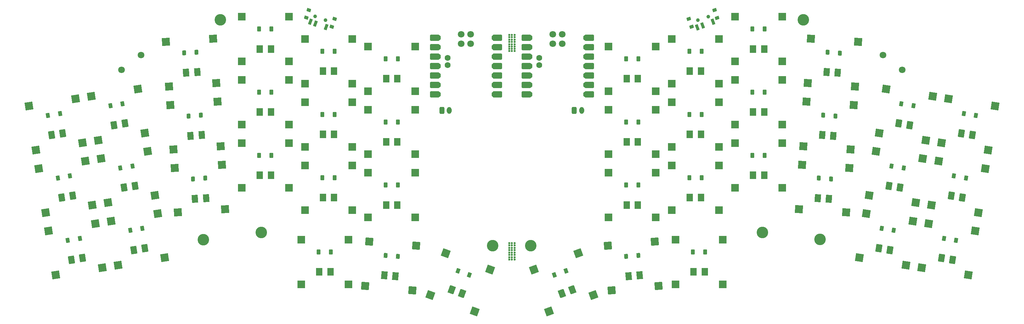
<source format=gbr>
%TF.GenerationSoftware,KiCad,Pcbnew,8.0.6*%
<<<<<<< Updated upstream
%TF.CreationDate,2025-07-28T21:33:20+02:00*%
=======
%TF.CreationDate,2025-07-30T19:46:30+02:00*%
>>>>>>> Stashed changes
%TF.ProjectId,combined,636f6d62-696e-4656-942e-6b696361645f,v1.0.0*%
%TF.SameCoordinates,Original*%
%TF.FileFunction,Soldermask,Top*%
%TF.FilePolarity,Negative*%
%FSLAX46Y46*%
G04 Gerber Fmt 4.6, Leading zero omitted, Abs format (unit mm)*
<<<<<<< Updated upstream
G04 Created by KiCad (PCBNEW 8.0.6) date 2025-07-28 21:33:20*
=======
G04 Created by KiCad (PCBNEW 8.0.6) date 2025-07-30 19:46:30*
>>>>>>> Stashed changes
%MOMM*%
%LPD*%
G01*
G04 APERTURE LIST*
G04 Aperture macros list*
%AMRoundRect*
0 Rectangle with rounded corners*
0 $1 Rounding radius*
0 $2 $3 $4 $5 $6 $7 $8 $9 X,Y pos of 4 corners*
0 Add a 4 corners polygon primitive as box body*
4,1,4,$2,$3,$4,$5,$6,$7,$8,$9,$2,$3,0*
0 Add four circle primitives for the rounded corners*
1,1,$1+$1,$2,$3*
1,1,$1+$1,$4,$5*
1,1,$1+$1,$6,$7*
1,1,$1+$1,$8,$9*
0 Add four rect primitives between the rounded corners*
20,1,$1+$1,$2,$3,$4,$5,0*
20,1,$1+$1,$4,$5,$6,$7,0*
20,1,$1+$1,$6,$7,$8,$9,0*
20,1,$1+$1,$8,$9,$2,$3,0*%
G04 Aperture macros list end*
%ADD10RoundRect,0.050000X-0.450000X-0.600000X0.450000X-0.600000X0.450000X0.600000X-0.450000X0.600000X0*%
%ADD11C,1.500000*%
%ADD12RoundRect,0.050000X-0.921893X-0.866452X0.609024X-1.108925X0.921893X0.866452X-0.609024X1.108925X0*%
%ADD13RoundRect,0.050000X-1.144123X-0.831254X0.831254X-1.144123X1.144123X0.831254X-0.831254X1.144123X0*%
%ADD14RoundRect,0.050000X-0.386242X-1.204758X1.070282X-0.674627X0.386242X1.204758X-1.070282X0.674627X0*%
%ADD15RoundRect,0.050000X-0.597672X-1.281713X1.281713X-0.597672X0.597672X1.281713X-1.281713X0.597672X0*%
%ADD16RoundRect,0.050000X-0.538320X-0.522217X0.350599X-0.663009X0.538320X0.522217X-0.350599X0.663009X0*%
%ADD17RoundRect,0.050000X-0.609024X-1.108925X0.921893X-0.866452X0.609024X1.108925X-0.921893X0.866452X0*%
%ADD18RoundRect,0.050000X-0.831254X-1.144123X1.144123X-0.831254X0.831254X1.144123X-1.144123X0.831254X0*%
%ADD19RoundRect,0.050000X-0.775000X-1.000000X0.775000X-1.000000X0.775000X1.000000X-0.775000X1.000000X0*%
%ADD20RoundRect,0.050000X-1.000000X-1.000000X1.000000X-1.000000X1.000000X1.000000X-1.000000X1.000000X0*%
%ADD21RoundRect,0.050000X-0.490758X-0.567148X0.407050X-0.629929X0.490758X0.567148X-0.407050X0.629929X0*%
%ADD22C,3.100000*%
%ADD23C,0.600000*%
%ADD24RoundRect,0.050000X-0.842869X-0.943503X0.703356X-1.051625X0.842869X0.943503X-0.703356X1.051625X0*%
%ADD25RoundRect,0.050000X-1.067321X-0.927808X0.927808X-1.067321X1.067321X0.927808X-0.927808X1.067321X0*%
%ADD26RoundRect,0.260000X-0.390000X-0.665000X0.390000X-0.665000X0.390000X0.665000X-0.390000X0.665000X0*%
%ADD27O,1.300000X1.850000*%
%ADD28RoundRect,0.050000X-0.350599X-0.663009X0.538320X-0.522217X0.350599X0.663009X-0.538320X0.522217X0*%
%ADD29RoundRect,0.050000X-0.407050X-0.629929X0.490758X-0.567148X0.407050X0.629929X-0.490758X0.567148X0*%
%ADD30RoundRect,0.050000X-1.070282X-0.674627X0.386242X-1.204758X1.070282X0.674627X-0.386242X1.204758X0*%
%ADD31RoundRect,0.050000X-1.281713X-0.597672X0.597672X-1.281713X1.281713X0.597672X-0.597672X1.281713X0*%
%ADD32RoundRect,0.050000X-0.500581X-0.558497X0.395994X-0.636937X0.500581X0.558497X-0.395994X0.636937X0*%
%ADD33RoundRect,0.050000X-0.703356X-1.051625X0.842869X-0.943503X0.703356X1.051625X-0.842869X0.943503X0*%
%ADD34RoundRect,0.050000X-0.927808X-1.067321X1.067321X-0.927808X0.927808X1.067321X-1.067321X0.927808X0*%
%ADD35C,1.800000*%
%ADD36RoundRect,0.162400X1.103600X0.649600X-1.103600X0.649600X-1.103600X-0.649600X1.103600X-0.649600X0*%
%ADD37C,1.624000*%
%ADD38RoundRect,0.162400X-1.103600X-0.649600X1.103600X-0.649600X1.103600X0.649600X-1.103600X0.649600X0*%
%ADD39C,1.600000*%
%ADD40RoundRect,0.050000X-0.859207X-0.928649X0.684895X-1.063740X0.859207X0.928649X-0.684895X1.063740X0*%
%ADD41RoundRect,0.050000X-1.083350X-0.909039X0.909039X-1.083350X1.083350X0.909039X-0.909039X1.083350X0*%
%ADD42RoundRect,0.050000X-0.217650X-0.717725X0.628074X-0.409907X0.217650X0.717725X-0.628074X0.409907X0*%
%ADD43RoundRect,0.050000X0.575108X0.595190X-0.086755X0.823088X-0.575108X-0.595190X0.086755X-0.823088X0*%
%ADD44RoundRect,0.050000X0.602987X0.215423X-0.342532X0.540992X-0.602987X-0.215423X0.342532X-0.540992X0*%
%ADD45C,1.000000*%
%ADD46RoundRect,0.050000X-0.628074X-0.409907X0.217650X-0.717725X0.628074X0.409907X-0.217650X0.717725X0*%
%ADD47RoundRect,0.050000X0.342532X0.540992X-0.602987X0.215423X-0.342532X-0.540992X0.602987X-0.215423X0*%
%ADD48RoundRect,0.050000X0.086755X0.823088X-0.575108X0.595190X-0.086755X-0.823088X0.575108X-0.595190X0*%
%ADD49RoundRect,0.050000X-0.395994X-0.636937X0.500581X-0.558497X0.395994X0.636937X-0.500581X0.558497X0*%
%ADD50RoundRect,0.050000X-0.684895X-1.063740X0.859207X-0.928649X0.684895X1.063740X-0.859207X0.928649X0*%
%ADD51RoundRect,0.050000X-0.909039X-1.083350X1.083350X-0.909039X0.909039X1.083350X-1.083350X0.909039X0*%
G04 APERTURE END LIST*
D10*
%TO.C,D16*%
X184557104Y-80904248D03*
X187857092Y-80904250D03*
%TD*%
D11*
%TO.C,CPG1316*%
X319940054Y-81099678D03*
D12*
X319940054Y-81099678D03*
D11*
X322903123Y-81568982D03*
D12*
X322903123Y-81568982D03*
D13*
X316502925Y-71797471D03*
X314625714Y-83649728D03*
X329046566Y-73784184D03*
X327169355Y-85636441D03*
%TD*%
D11*
%TO.C,CPG1316*%
X334071367Y-100549759D03*
D12*
X334071367Y-100549759D03*
D11*
X337034436Y-101019063D03*
D12*
X337034436Y-101019063D03*
D13*
X330634238Y-91247552D03*
X328757027Y-103099809D03*
X343177879Y-93234265D03*
X341300668Y-105086522D03*
%TD*%
D11*
%TO.C,CPG1316*%
X231955305Y-110077994D03*
D14*
X231955305Y-110077994D03*
D11*
X234774385Y-109051932D03*
D14*
X234774385Y-109051932D03*
D15*
X228543565Y-114884766D03*
X224439323Y-103608450D03*
X240477663Y-110541110D03*
X236373421Y-99264794D03*
%TD*%
D16*
%TO.C,D1*%
X334760144Y-95242158D03*
X338019518Y-95758400D03*
%TD*%
D11*
%TO.C,CPG1316*%
X97403782Y-84227536D03*
D17*
X97403782Y-84227536D03*
D11*
X100366842Y-83758231D03*
D17*
X100366842Y-83758231D03*
D18*
X93137545Y-88294999D03*
X91260332Y-76442740D03*
X105681186Y-86308284D03*
X103803973Y-74456025D03*
%TD*%
D11*
%TO.C,CPG1316*%
X283390500Y-78255067D03*
D19*
X283390500Y-78255067D03*
D11*
X286390502Y-78255066D03*
D19*
X286390502Y-78255066D03*
D20*
X278540500Y-69605066D03*
X278540501Y-81605067D03*
X291240501Y-69605065D03*
X291240502Y-81605066D03*
%TD*%
D11*
%TO.C,CPG1316*%
X167707098Y-67254254D03*
D19*
X167707098Y-67254254D03*
D11*
X170707100Y-67254253D03*
D19*
X170707100Y-67254253D03*
D20*
X162857098Y-58604253D03*
X162857099Y-70604254D03*
X175557099Y-58604252D03*
X175557100Y-70604253D03*
%TD*%
D10*
%TO.C,D18*%
X184557104Y-46904247D03*
X187857092Y-46904249D03*
%TD*%
D21*
%TO.C,D7*%
X301040230Y-79039988D03*
X304332190Y-79270178D03*
%TD*%
D22*
%TO.C,REF\u002A\u002A*%
X301445000Y-95510000D03*
%TD*%
D11*
%TO.C,CPG1316*%
X322599432Y-64308964D03*
D12*
X322599432Y-64308964D03*
D11*
X325562501Y-64778268D03*
D12*
X325562501Y-64778268D03*
D13*
X319162303Y-55006757D03*
X317285092Y-66859014D03*
X331705944Y-56993470D03*
X329828733Y-68845727D03*
%TD*%
D11*
%TO.C,CPG1316*%
X166707103Y-104254245D03*
D19*
X166707103Y-104254245D03*
D11*
X169707105Y-104254244D03*
D19*
X169707105Y-104254244D03*
D20*
X161857103Y-95604244D03*
X161857104Y-107604245D03*
X174557104Y-95604243D03*
X174557105Y-107604244D03*
%TD*%
D23*
%TO.C,mouse-bite-1mm-3mm*%
X217839679Y-100904253D03*
X217839684Y-100304246D03*
X218549681Y-100904251D03*
X218549687Y-100304245D03*
X219249680Y-100904246D03*
X219259689Y-100304243D03*
%TD*%
D11*
%TO.C,CPG1316*%
X266390498Y-67255062D03*
D19*
X266390498Y-67255062D03*
D11*
X269390500Y-67255061D03*
D19*
X269390500Y-67255061D03*
D20*
X261540498Y-58605061D03*
X261540499Y-70605062D03*
X274240499Y-58605060D03*
X274240500Y-70605061D03*
%TD*%
D11*
%TO.C,CPG1316*%
X300816665Y-84387415D03*
D24*
X300816665Y-84387415D03*
D11*
X303809355Y-84596685D03*
D24*
X303809355Y-84596685D03*
D25*
X296581872Y-75420166D03*
X295744797Y-87390936D03*
X309250935Y-76306072D03*
X308413860Y-88276842D03*
%TD*%
D16*
%TO.C,D4*%
X317969431Y-92582765D03*
X321228805Y-93099007D03*
%TD*%
D11*
%TO.C,CPG1316*%
X150707100Y-78254249D03*
D19*
X150707100Y-78254249D03*
D11*
X153707102Y-78254248D03*
D19*
X153707102Y-78254248D03*
D20*
X145857100Y-69604248D03*
X145857101Y-81604249D03*
X158557101Y-69604247D03*
X158557102Y-81604248D03*
%TD*%
D26*
%TO.C,JST1*%
X199700142Y-60776690D03*
D27*
X201700134Y-60776690D03*
%TD*%
D10*
%TO.C,D16*%
X249240504Y-80905073D03*
X252540496Y-80905069D03*
%TD*%
D11*
%TO.C,CPG1316*%
X167707108Y-50254251D03*
D19*
X167707108Y-50254251D03*
D11*
X170707110Y-50254250D03*
D19*
X170707110Y-50254250D03*
D20*
X162857108Y-41604250D03*
X162857109Y-53604251D03*
X175557109Y-41604249D03*
X175557110Y-53604250D03*
%TD*%
D28*
%TO.C,D4*%
X115868793Y-93098186D03*
X119128165Y-92581958D03*
%TD*%
D11*
%TO.C,CPG1316*%
X184707097Y-52254237D03*
D19*
X184707097Y-52254237D03*
D11*
X187707099Y-52254236D03*
D19*
X187707099Y-52254236D03*
D20*
X179857097Y-43604236D03*
X179857098Y-55604237D03*
X192557098Y-43604235D03*
X192557099Y-55604236D03*
%TD*%
D23*
%TO.C,mouse-bite-1mm-3mm*%
X217839994Y-43600006D03*
X217840000Y-42999998D03*
X218549996Y-43600004D03*
X218550002Y-42999998D03*
X219249997Y-43600000D03*
X219260004Y-42999996D03*
%TD*%
D10*
%TO.C,D12*%
X283240507Y-38905060D03*
X286540499Y-38905056D03*
%TD*%
D23*
%TO.C,mouse-bite-1mm-3mm*%
X217839996Y-44824997D03*
X217839998Y-44225001D03*
X218549997Y-44224999D03*
X218549997Y-44824999D03*
X219249998Y-44825000D03*
X219259998Y-44225001D03*
%TD*%
D10*
%TO.C,D14*%
X266240502Y-61905059D03*
X269540494Y-61905055D03*
%TD*%
D29*
%TO.C,D9*%
X130393690Y-45352177D03*
X133685638Y-45121979D03*
%TD*%
D28*
%TO.C,D6*%
X110550022Y-59516786D03*
X113809394Y-59000558D03*
%TD*%
D11*
%TO.C,CPG1316*%
X202323205Y-109051108D03*
D30*
X202323205Y-109051108D03*
D11*
X205142286Y-110077173D03*
D30*
X205142286Y-110077173D03*
D31*
X200724170Y-99263970D03*
X196619930Y-110540286D03*
X212658266Y-103607626D03*
X208554026Y-114883942D03*
%TD*%
D32*
%TO.C,D20*%
X184538387Y-99829043D03*
X187825831Y-100116665D03*
%TD*%
D22*
%TO.C,REF\u002A\u002A*%
X296887607Y-36403845D03*
%TD*%
D16*
%TO.C,D3*%
X340078908Y-61660747D03*
X343338282Y-62176989D03*
%TD*%
D21*
%TO.C,D8*%
X302226086Y-62081403D03*
X305518046Y-62311593D03*
%TD*%
D22*
%TO.C,REF\u002A\u002A*%
X135545000Y-95560000D03*
%TD*%
D11*
%TO.C,CPG1316*%
X336730746Y-83759053D03*
D12*
X336730746Y-83759053D03*
D11*
X339693815Y-84228357D03*
D12*
X339693815Y-84228357D03*
D13*
X333293617Y-74456846D03*
X331416406Y-86309103D03*
X345837258Y-76443559D03*
X343960047Y-88295816D03*
%TD*%
D10*
%TO.C,D13*%
X266240507Y-78905062D03*
X269540499Y-78905058D03*
%TD*%
%TO.C,D14*%
X167557102Y-61904243D03*
X170857090Y-61904245D03*
%TD*%
D11*
%TO.C,CPG1316*%
X339390135Y-66968354D03*
D12*
X339390135Y-66968354D03*
D11*
X342353204Y-67437658D03*
D12*
X342353204Y-67437658D03*
D13*
X335953006Y-57666147D03*
X334075795Y-69518404D03*
X348496647Y-59652860D03*
X346619436Y-71505117D03*
%TD*%
D11*
%TO.C,CPG1316*%
X132102378Y-67637274D03*
D33*
X132102378Y-67637274D03*
D11*
X135095066Y-67428008D03*
D33*
X135095066Y-67428008D03*
D34*
X127497874Y-71317437D03*
X126660798Y-59346669D03*
X140166938Y-70431527D03*
X139329862Y-58460759D03*
%TD*%
D10*
%TO.C,D15*%
X167557100Y-44904245D03*
X170857088Y-44904247D03*
%TD*%
D35*
%TO.C,RST1*%
X323541846Y-49854210D03*
X318350708Y-45942428D03*
%TD*%
D11*
%TO.C,CPG1316*%
X100063175Y-101018243D03*
D17*
X100063175Y-101018243D03*
D11*
X103026235Y-100548938D03*
D17*
X103026235Y-100548938D03*
D18*
X95796938Y-105085706D03*
X93919725Y-93233447D03*
X108340579Y-103098991D03*
X106463366Y-91246732D03*
%TD*%
D11*
%TO.C,CPG1316*%
X317280668Y-97890375D03*
D12*
X317280668Y-97890375D03*
D11*
X320243737Y-98359679D03*
D12*
X320243737Y-98359679D03*
D13*
X313843539Y-88588168D03*
X311966328Y-100440425D03*
X326387180Y-90574881D03*
X324509969Y-102427138D03*
%TD*%
D11*
%TO.C,CPG1316*%
X283390508Y-61255074D03*
D19*
X283390508Y-61255074D03*
D11*
X286390510Y-61255073D03*
D19*
X286390510Y-61255073D03*
D20*
X278540508Y-52605073D03*
X278540509Y-64605074D03*
X291240509Y-52605072D03*
X291240510Y-64605073D03*
%TD*%
D11*
%TO.C,CPG1316*%
X267390501Y-104255071D03*
D19*
X267390501Y-104255071D03*
D11*
X270390503Y-104255070D03*
D19*
X270390503Y-104255070D03*
D20*
X262540501Y-95605070D03*
X262540502Y-107605071D03*
X275240502Y-95605069D03*
X275240503Y-107605070D03*
%TD*%
D10*
%TO.C,D19*%
X267240506Y-98905071D03*
X270540498Y-98905067D03*
%TD*%
D11*
%TO.C,CPG1316*%
X249390496Y-52255067D03*
D19*
X249390496Y-52255067D03*
D11*
X252390498Y-52255066D03*
D19*
X252390498Y-52255066D03*
D20*
X244540496Y-43605066D03*
X244540497Y-55605067D03*
X257240497Y-43605065D03*
X257240498Y-55605066D03*
%TD*%
D10*
%TO.C,D17*%
X249240498Y-63905078D03*
X252540490Y-63905074D03*
%TD*%
%TO.C,D18*%
X249240503Y-46905069D03*
X252540495Y-46905065D03*
%TD*%
D11*
%TO.C,CPG1316*%
X133288235Y-84595855D03*
D33*
X133288235Y-84595855D03*
D11*
X136280923Y-84386589D03*
D33*
X136280923Y-84386589D03*
D34*
X128683731Y-88276018D03*
X127846655Y-76305250D03*
X141352795Y-87390108D03*
X140515719Y-75419340D03*
%TD*%
D10*
%TO.C,D11*%
X283240502Y-55905069D03*
X286540494Y-55905065D03*
%TD*%
D26*
%TO.C,JST1*%
X235300001Y-60775005D03*
D27*
X237299999Y-60774999D03*
%TD*%
D11*
%TO.C,CPG1316*%
X184707104Y-69254249D03*
D19*
X184707104Y-69254249D03*
D11*
X187707106Y-69254248D03*
D19*
X187707106Y-69254248D03*
D20*
X179857104Y-60604248D03*
X179857105Y-72604249D03*
X192557105Y-60604247D03*
X192557106Y-72604248D03*
%TD*%
D16*
%TO.C,D5*%
X320628820Y-75792070D03*
X323888194Y-76308312D03*
%TD*%
D10*
%TO.C,D19*%
X166557110Y-98904248D03*
X169857098Y-98904250D03*
%TD*%
%TO.C,D11*%
X150557111Y-55904251D03*
X153857099Y-55904253D03*
%TD*%
D11*
%TO.C,CPG1316*%
X150707097Y-61254243D03*
D19*
X150707097Y-61254243D03*
D11*
X153707099Y-61254242D03*
D19*
X153707099Y-61254242D03*
D20*
X145857097Y-52604242D03*
X145857098Y-64604243D03*
X158557098Y-52604241D03*
X158557099Y-64604242D03*
%TD*%
D10*
%TO.C,D10*%
X150557098Y-72904244D03*
X153857086Y-72904246D03*
%TD*%
D11*
%TO.C,CPG1316*%
X116853875Y-98358855D03*
D17*
X116853875Y-98358855D03*
D11*
X119816935Y-97889550D03*
D17*
X119816935Y-97889550D03*
D18*
X112587638Y-102426318D03*
X110710425Y-90574059D03*
X125131279Y-100439603D03*
X123254066Y-88587344D03*
%TD*%
D16*
%TO.C,D6*%
X323288209Y-59001368D03*
X326547583Y-59517610D03*
%TD*%
D29*
%TO.C,D8*%
X131579552Y-62310765D03*
X134871500Y-62080567D03*
%TD*%
D36*
%TO.C,REF\u002A\u002A*%
X197752098Y-41284247D03*
D37*
X198587099Y-41284256D03*
D36*
X197752099Y-43824246D03*
D37*
X198587104Y-43824257D03*
D36*
X197752103Y-46364251D03*
D37*
X198587096Y-46364250D03*
D36*
X197752096Y-48904244D03*
D37*
X198587103Y-48904252D03*
D36*
X197752097Y-51444252D03*
D37*
X198587104Y-51444253D03*
D36*
X197752102Y-53984264D03*
D37*
X198587104Y-53984250D03*
D36*
X197752099Y-56524255D03*
D37*
X198587104Y-56524253D03*
X213827101Y-56524248D03*
D38*
X214662102Y-56524257D03*
D37*
X213827096Y-53984247D03*
D38*
X214662101Y-53984258D03*
D37*
X213827104Y-51444254D03*
D38*
X214662097Y-51444253D03*
D37*
X213827097Y-48904252D03*
D38*
X214662104Y-48904260D03*
D37*
X213827096Y-46364251D03*
D38*
X214662103Y-46364252D03*
D37*
X213827096Y-43824254D03*
D38*
X214662098Y-43824240D03*
D37*
X213827096Y-41284251D03*
D38*
X214662101Y-41284249D03*
D39*
X201207100Y-48590751D03*
X201207094Y-46685757D03*
D35*
X204882097Y-40335756D03*
X207422102Y-40335749D03*
X204882097Y-42875757D03*
X207422096Y-42875750D03*
%TD*%
D28*
%TO.C,D3*%
X93759316Y-62176173D03*
X97018688Y-61659945D03*
%TD*%
D11*
%TO.C,CPG1316*%
X303188389Y-50470244D03*
D24*
X303188389Y-50470244D03*
D11*
X306181079Y-50679514D03*
D24*
X306181079Y-50679514D03*
D25*
X298953596Y-41502995D03*
X298116521Y-53473765D03*
X311622659Y-42388901D03*
X310785584Y-54359671D03*
%TD*%
D11*
%TO.C,CPG1316*%
X249390500Y-86255062D03*
D19*
X249390500Y-86255062D03*
D11*
X252390502Y-86255061D03*
D19*
X252390502Y-86255061D03*
D20*
X244540500Y-77605061D03*
X244540501Y-89605062D03*
X257240501Y-77605060D03*
X257240502Y-89605061D03*
%TD*%
D11*
%TO.C,CPG1316*%
X167707095Y-84254248D03*
D19*
X167707095Y-84254248D03*
D11*
X170707097Y-84254247D03*
D19*
X170707097Y-84254247D03*
D20*
X162857095Y-75604247D03*
X162857096Y-87604248D03*
X175557096Y-75604246D03*
X175557097Y-87604247D03*
%TD*%
D11*
%TO.C,CPG1316*%
X184221529Y-105171753D03*
D40*
X184221529Y-105171753D03*
D11*
X187210117Y-105433216D03*
D40*
X187210117Y-105433216D03*
D41*
X179098015Y-108086296D03*
X180143886Y-96131957D03*
X191749686Y-109193177D03*
X192795557Y-97238838D03*
%TD*%
D23*
%TO.C,mouse-bite-1mm-3mm*%
X217840000Y-98374998D03*
X217840002Y-97775002D03*
X218550001Y-97775000D03*
X218550001Y-98375000D03*
X219250002Y-98375001D03*
X219260002Y-97775002D03*
%TD*%
D11*
%TO.C,CPG1316*%
X150707099Y-44254257D03*
D19*
X150707099Y-44254257D03*
D11*
X153707101Y-44254256D03*
D19*
X153707101Y-44254256D03*
D20*
X145857099Y-35604256D03*
X145857100Y-47604257D03*
X158557100Y-35604255D03*
X158557101Y-47604256D03*
%TD*%
D28*
%TO.C,D5*%
X113209410Y-76307486D03*
X116468782Y-75791258D03*
%TD*%
D23*
%TO.C,mouse-bite-1mm-3mm*%
X217839999Y-97150001D03*
X217840001Y-96550005D03*
X218550000Y-96550003D03*
X218550000Y-97150003D03*
X219250001Y-97150004D03*
X219260001Y-96550005D03*
%TD*%
D10*
%TO.C,D10*%
X283240503Y-72905069D03*
X286540495Y-72905065D03*
%TD*%
D42*
%TO.C,D21*%
X229984546Y-105101930D03*
X233085526Y-103973264D03*
%TD*%
D11*
%TO.C,CPG1316*%
X302002531Y-67428825D03*
D24*
X302002531Y-67428825D03*
D11*
X304995221Y-67638095D03*
D24*
X304995221Y-67638095D03*
D25*
X297767738Y-58461576D03*
X296930663Y-70432346D03*
X310436801Y-59347482D03*
X309599726Y-71318252D03*
%TD*%
D11*
%TO.C,CPG1316*%
X130916522Y-50678683D03*
D33*
X130916522Y-50678683D03*
D11*
X133909210Y-50469417D03*
D33*
X133909210Y-50469417D03*
D34*
X126312018Y-54358846D03*
X125474942Y-42388078D03*
X138981082Y-53472936D03*
X138144006Y-41502168D03*
%TD*%
D43*
%TO.C,PWR1*%
X164307862Y-36934640D03*
X165726132Y-37422985D03*
X168562699Y-38399701D03*
D44*
X170817542Y-36151304D03*
X163915257Y-33774660D03*
D45*
X168426554Y-36491402D03*
X165589993Y-35514706D03*
D44*
X170098039Y-38240902D03*
X163195757Y-35864255D03*
%TD*%
D10*
%TO.C,D13*%
X167557106Y-78904249D03*
X170857094Y-78904251D03*
%TD*%
D11*
%TO.C,CPG1316*%
X111535095Y-64777451D03*
D17*
X111535095Y-64777451D03*
D11*
X114498155Y-64308146D03*
D17*
X114498155Y-64308146D03*
D18*
X107268858Y-68844914D03*
X105391645Y-56992655D03*
X119812499Y-66858199D03*
X117935286Y-55005940D03*
%TD*%
D11*
%TO.C,CPG1316*%
X94744403Y-67436835D03*
D17*
X94744403Y-67436835D03*
D11*
X97707463Y-66967530D03*
D17*
X97707463Y-66967530D03*
D18*
X90478166Y-71504298D03*
X88600953Y-59652039D03*
X103021807Y-69517583D03*
X101144594Y-57665324D03*
%TD*%
D35*
%TO.C,RST1*%
X118746888Y-45941607D03*
X113555750Y-49853401D03*
%TD*%
D36*
%TO.C,REF\u002A\u002A*%
X222435492Y-41285064D03*
D37*
X223270500Y-41285060D03*
D36*
X222435496Y-43825065D03*
D37*
X223270497Y-43825066D03*
D36*
X222435492Y-46365063D03*
D37*
X223270499Y-46365059D03*
D36*
X222435492Y-48905058D03*
D37*
X223270494Y-48905062D03*
D36*
X222435496Y-51445067D03*
D37*
X223270492Y-51445060D03*
D36*
X222435499Y-53985064D03*
D37*
X223270495Y-53985060D03*
D36*
X222435493Y-56525062D03*
D37*
X223270495Y-56525057D03*
X238510492Y-56525062D03*
D38*
X239345500Y-56525058D03*
D37*
X238510495Y-53985056D03*
D38*
X239345496Y-53985057D03*
D37*
X238510493Y-51445063D03*
D38*
X239345500Y-51445059D03*
D37*
X238510498Y-48905060D03*
D38*
X239345500Y-48905064D03*
D37*
X238510500Y-46365062D03*
D38*
X239345496Y-46365055D03*
D37*
X238510497Y-43825062D03*
D38*
X239345493Y-43825058D03*
D37*
X238510497Y-41285065D03*
D38*
X239345499Y-41285060D03*
D39*
X225890500Y-48591559D03*
X225890492Y-46686564D03*
D35*
X229565495Y-40336560D03*
X232105504Y-40336563D03*
X229565490Y-42876564D03*
X232105491Y-42876564D03*
%TD*%
D22*
%TO.C,REF\u002A\u002A*%
X140129696Y-36388690D03*
%TD*%
%TO.C,REF\u002A\u002A*%
X223595000Y-97210000D03*
%TD*%
%TO.C,REF\u002A\u002A*%
X151103411Y-93687780D03*
%TD*%
D28*
%TO.C,D2*%
X96418708Y-78966868D03*
X99678080Y-78450640D03*
%TD*%
D46*
%TO.C,D21*%
X204012077Y-103972437D03*
X207113057Y-105101113D03*
%TD*%
D10*
%TO.C,D17*%
X184557106Y-63904243D03*
X187857094Y-63904245D03*
%TD*%
D47*
%TO.C,PWR1*%
X273750137Y-35881321D03*
X266847849Y-38257966D03*
D45*
X271355896Y-35531771D03*
X268519334Y-36508472D03*
D47*
X273030637Y-33791728D03*
X266128337Y-36168376D03*
D48*
X272638026Y-36951707D03*
X269801483Y-37928406D03*
X268383199Y-38416756D03*
%TD*%
D29*
%TO.C,D7*%
X132765406Y-79269363D03*
X136057354Y-79039165D03*
%TD*%
D28*
%TO.C,D1*%
X99078085Y-95757575D03*
X102337457Y-95241347D03*
%TD*%
D21*
%TO.C,D9*%
X303411954Y-45122802D03*
X306703914Y-45352992D03*
%TD*%
D11*
%TO.C,CPG1316*%
X283390500Y-44255069D03*
D19*
X283390500Y-44255069D03*
D11*
X286390502Y-44255068D03*
D19*
X286390502Y-44255068D03*
D20*
X278540500Y-35605068D03*
X278540501Y-47605069D03*
X291240501Y-35605067D03*
X291240502Y-47605068D03*
%TD*%
D11*
%TO.C,CPG1316*%
X266390504Y-50255065D03*
D19*
X266390504Y-50255065D03*
D11*
X269390506Y-50255064D03*
D19*
X269390506Y-50255064D03*
D20*
X261540504Y-41605064D03*
X261540505Y-53605065D03*
X274240505Y-41605063D03*
X274240506Y-53605064D03*
%TD*%
D11*
%TO.C,CPG1316*%
X249390503Y-69255071D03*
D19*
X249390503Y-69255071D03*
D11*
X252390505Y-69255070D03*
D19*
X252390505Y-69255070D03*
D20*
X244540503Y-60605070D03*
X244540504Y-72605071D03*
X257240504Y-60605069D03*
X257240505Y-72605070D03*
%TD*%
D10*
%TO.C,D15*%
X266240497Y-44905066D03*
X269540489Y-44905062D03*
%TD*%
D11*
%TO.C,CPG1316*%
X266390502Y-84255061D03*
D19*
X266390502Y-84255061D03*
D11*
X269390504Y-84255060D03*
D19*
X269390504Y-84255060D03*
D20*
X261540502Y-75605060D03*
X261540503Y-87605061D03*
X274240503Y-75605059D03*
X274240504Y-87605060D03*
%TD*%
D22*
%TO.C,REF\u002A\u002A*%
X213370000Y-97185000D03*
%TD*%
D23*
%TO.C,mouse-bite-1mm-3mm*%
X217840002Y-42350000D03*
X217840004Y-41750004D03*
X218550003Y-41750002D03*
X218550003Y-42350002D03*
X219250004Y-42350003D03*
X219260004Y-41750004D03*
%TD*%
D11*
%TO.C,CPG1316*%
X114194482Y-81568149D03*
D17*
X114194482Y-81568149D03*
D11*
X117157542Y-81098844D03*
D17*
X117157542Y-81098844D03*
D18*
X109928245Y-85635612D03*
X108051032Y-73783353D03*
X122471886Y-83648897D03*
X120594673Y-71796638D03*
%TD*%
D23*
%TO.C,mouse-bite-1mm-3mm*%
X217839675Y-41104255D03*
X217839680Y-40504248D03*
X218549677Y-41104253D03*
X218549683Y-40504247D03*
X219249676Y-41104248D03*
X219259685Y-40504245D03*
%TD*%
D49*
%TO.C,D20*%
X249271773Y-100117473D03*
X252559227Y-99829859D03*
%TD*%
D10*
%TO.C,D12*%
X150557114Y-38904250D03*
X153857102Y-38904252D03*
%TD*%
D22*
%TO.C,REF\u002A\u002A*%
X285881604Y-93686124D03*
%TD*%
D11*
%TO.C,CPG1316*%
X184707098Y-86254247D03*
D19*
X184707098Y-86254247D03*
D11*
X187707100Y-86254246D03*
D19*
X187707100Y-86254246D03*
D20*
X179857098Y-77604246D03*
X179857099Y-89604247D03*
X192557099Y-77604245D03*
X192557100Y-89604246D03*
%TD*%
D16*
%TO.C,D2*%
X337419527Y-78451456D03*
X340678901Y-78967698D03*
%TD*%
D23*
%TO.C,mouse-bite-1mm-3mm*%
X217839999Y-99650007D03*
X217840005Y-99049999D03*
X218550001Y-99650005D03*
X218550007Y-99049999D03*
X219250002Y-99650001D03*
X219260009Y-99049997D03*
%TD*%
D11*
%TO.C,CPG1316*%
X249887483Y-105434041D03*
D50*
X249887483Y-105434041D03*
D11*
X252876071Y-105172574D03*
D50*
X252876071Y-105172574D03*
D51*
X245347911Y-109194002D03*
X244302045Y-97239663D03*
X257999583Y-108087123D03*
X256953717Y-96132784D03*
%TD*%
M02*

</source>
